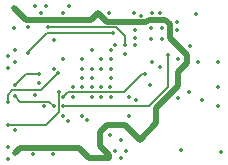
<source format=gbr>
G04 #@! TF.GenerationSoftware,KiCad,Pcbnew,(5.1.0)-1*
G04 #@! TF.CreationDate,2019-07-29T23:07:26-07:00*
G04 #@! TF.ProjectId,WireFreeV4_Release,57697265-4672-4656-9556-345f52656c65,rev?*
G04 #@! TF.SameCoordinates,Original*
G04 #@! TF.FileFunction,Copper,L3,Inr*
G04 #@! TF.FilePolarity,Positive*
%FSLAX46Y46*%
G04 Gerber Fmt 4.6, Leading zero omitted, Abs format (unit mm)*
G04 Created by KiCad (PCBNEW (5.1.0)-1) date 2019-07-29 23:07:26*
%MOMM*%
%LPD*%
G04 APERTURE LIST*
%ADD10C,0.355600*%
%ADD11C,0.508000*%
%ADD12C,0.152400*%
G04 APERTURE END LIST*
D10*
X139500000Y-85520000D03*
X133220000Y-84920000D03*
X130900980Y-97876440D03*
X139618720Y-88633300D03*
X139618720Y-89435940D03*
X139618720Y-90236040D03*
X138818620Y-90236040D03*
X138018520Y-90236040D03*
X137218420Y-89435940D03*
X137218420Y-90236040D03*
X137218420Y-91036140D03*
X138018520Y-91036140D03*
X138018520Y-92636340D03*
X136418320Y-92636340D03*
X136418320Y-91836240D03*
X138018520Y-91833700D03*
X133707460Y-85523800D03*
X138536000Y-85518720D03*
X131512960Y-88703529D03*
X134717439Y-97448819D03*
X132649860Y-86733200D03*
X148699220Y-91770620D03*
X148700000Y-89680000D03*
X143970000Y-86810000D03*
X143970000Y-87760000D03*
X143020000Y-87760000D03*
X141700000Y-88260000D03*
X141630000Y-85550000D03*
X142946120Y-91646580D03*
X145348960Y-92698840D03*
X146838960Y-85573840D03*
X137218420Y-91836240D03*
X145600000Y-97140000D03*
X139984601Y-97187940D03*
X141800000Y-92860000D03*
X140030000Y-88260000D03*
X138818620Y-89435940D03*
X143020000Y-86810000D03*
X139507080Y-97805160D03*
X130900820Y-89183580D03*
X131512960Y-97392860D03*
X130905900Y-96907720D03*
X147060000Y-89680000D03*
X147340000Y-92910000D03*
X139618720Y-91033600D03*
X133050000Y-97440000D03*
X131448039Y-86812839D03*
X148699220Y-93410620D03*
X143170000Y-85490000D03*
X148950000Y-97300000D03*
X146300000Y-92190000D03*
X143150000Y-89650000D03*
X131430000Y-85080000D03*
X142079000Y-96248220D03*
X140160000Y-86310000D03*
X143460000Y-93580000D03*
X145348957Y-90498843D03*
X140820000Y-88230000D03*
X134349860Y-86733200D03*
X132649860Y-88933200D03*
X139840000Y-87200000D03*
X140820000Y-89030000D03*
X138816760Y-92633800D03*
X138818900Y-91834720D03*
X139615500Y-91836240D03*
X139580000Y-95820000D03*
X140949800Y-97187940D03*
X140470000Y-96260000D03*
X140467200Y-97797540D03*
X145290000Y-86960000D03*
X146340000Y-88290000D03*
X141700000Y-86960000D03*
X145348960Y-89398840D03*
X141700000Y-87610000D03*
X145290000Y-86310000D03*
X136029700Y-94645480D03*
X137624820Y-94625160D03*
X131512960Y-95459922D03*
X134818900Y-87834720D03*
X130903360Y-94977322D03*
X135219440Y-92234180D03*
X130903360Y-93046924D03*
X135214360Y-90634820D03*
X134818900Y-93434720D03*
X131512960Y-92564325D03*
X131512960Y-91599126D03*
X133576054Y-90665300D03*
X130903360Y-90151327D03*
X135618900Y-94234720D03*
X133207750Y-92456000D03*
X137218900Y-94234720D03*
X131512960Y-89668728D03*
X133578600Y-91439966D03*
X135618900Y-89434720D03*
X134187524Y-84909120D03*
X134818900Y-90234720D03*
X135635322Y-85518720D03*
X138018900Y-88634720D03*
X136117922Y-84909120D03*
X135618900Y-92634720D03*
X142530000Y-90700000D03*
X141218900Y-94234720D03*
X143830002Y-90080000D03*
X135618900Y-93434720D03*
X144470000Y-89080000D03*
X134018900Y-93434720D03*
X143820000Y-85490000D03*
X141218900Y-92634720D03*
X139618900Y-92634720D03*
X142180000Y-85820000D03*
D11*
X139502240Y-97810000D02*
X139507080Y-97805160D01*
X137790000Y-97810000D02*
X139502240Y-97810000D01*
X136911999Y-96931999D02*
X137790000Y-97810000D01*
X131512960Y-97392860D02*
X131973821Y-96931999D01*
X131973821Y-96931999D02*
X136911999Y-96931999D01*
X140870780Y-95040000D02*
X142079000Y-96248220D01*
X139340000Y-95040000D02*
X140870780Y-95040000D01*
X138760000Y-95620000D02*
X139340000Y-95040000D01*
X138760000Y-96806633D02*
X138760000Y-95620000D01*
X139507080Y-97805160D02*
X139507080Y-97553713D01*
X139507080Y-97553713D02*
X138760000Y-96806633D01*
X143460000Y-94867220D02*
X143460000Y-93580000D01*
X142079000Y-96248220D02*
X143460000Y-94867220D01*
X145348957Y-91691043D02*
X145348957Y-90498843D01*
X143460000Y-93580000D02*
X145348957Y-91691043D01*
X139327280Y-86310000D02*
X138536000Y-85518720D01*
X140160000Y-86310000D02*
X139327280Y-86310000D01*
X131779999Y-85429999D02*
X131430000Y-85080000D01*
X132470000Y-86120000D02*
X131779999Y-85429999D01*
X138536000Y-85518720D02*
X137934720Y-86120000D01*
X137934720Y-86120000D02*
X132470000Y-86120000D01*
X140411447Y-86310000D02*
X140160000Y-86310000D01*
X140429448Y-86328001D02*
X140411447Y-86310000D01*
X142651999Y-86328001D02*
X140429448Y-86328001D01*
X142890000Y-86090000D02*
X142651999Y-86328001D01*
X146110000Y-89737800D02*
X146110000Y-89110000D01*
X145348957Y-90498843D02*
X146110000Y-89737800D01*
X146110000Y-89110000D02*
X144620000Y-87620000D01*
X144620000Y-87620000D02*
X144620000Y-86500000D01*
X144620000Y-86500000D02*
X144210000Y-86090000D01*
X144210000Y-86090000D02*
X142890000Y-86090000D01*
D12*
X140043200Y-86733200D02*
X134349860Y-86733200D01*
X140820000Y-88230000D02*
X140820000Y-87510000D01*
X140820000Y-87510000D02*
X140043200Y-86733200D01*
X132649860Y-88933200D02*
X132649860Y-88833200D01*
X134283060Y-87200000D02*
X139588553Y-87200000D01*
X139588553Y-87200000D02*
X139840000Y-87200000D01*
X132649860Y-88833200D02*
X134283060Y-87200000D01*
X131262570Y-94977322D02*
X130903360Y-94977322D01*
X134130678Y-94977322D02*
X131262570Y-94977322D01*
X135219440Y-93888560D02*
X134130678Y-94977322D01*
X135219440Y-92234180D02*
X135219440Y-92234180D01*
X135219440Y-92234180D02*
X135219440Y-93888560D01*
X133766560Y-92082620D02*
X135214360Y-90634820D01*
X131274820Y-92082620D02*
X133766560Y-92082620D01*
X130903360Y-93046924D02*
X130903360Y-92454080D01*
X130903360Y-92454080D02*
X131274820Y-92082620D01*
X131983755Y-93035120D02*
X131512960Y-92564325D01*
X134818900Y-93434720D02*
X134419300Y-93035120D01*
X134419300Y-93035120D02*
X131983755Y-93035120D01*
X132446786Y-90665300D02*
X133324607Y-90665300D01*
X133324607Y-90665300D02*
X133576054Y-90665300D01*
X131512960Y-91599126D02*
X132446786Y-90665300D01*
X135618900Y-92634720D02*
X136023620Y-92230000D01*
X140748553Y-92230000D02*
X142278553Y-90700000D01*
X142278553Y-90700000D02*
X142530000Y-90700000D01*
X136023620Y-92230000D02*
X140748553Y-92230000D01*
X144470000Y-91810000D02*
X144470000Y-89080000D01*
X135618900Y-93434720D02*
X142845280Y-93434720D01*
X142845280Y-93434720D02*
X144470000Y-91810000D01*
M02*

</source>
